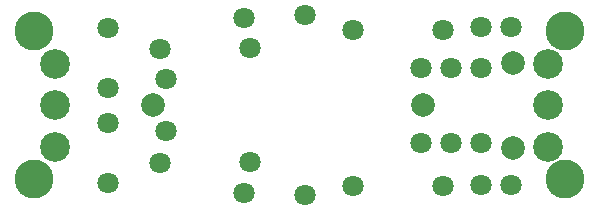
<source format=gts>
G75*
G70*
%OFA0B0*%
%FSLAX24Y24*%
%IPPOS*%
%LPD*%
%AMOC8*
5,1,8,0,0,1.08239X$1,22.5*
%
%ADD10C,0.1300*%
%ADD11C,0.0710*%
%ADD12C,0.0790*%
%ADD13C,0.0990*%
D10*
X001164Y001164D03*
X001164Y006086D03*
X018881Y006086D03*
X018881Y001164D03*
D11*
X017058Y000967D03*
X016058Y000967D03*
X014810Y000928D03*
X011810Y000928D03*
X010219Y000625D03*
X008184Y000691D03*
X008381Y001734D03*
X005562Y002760D03*
X003645Y003050D03*
X003645Y004200D03*
X005562Y004509D03*
X005365Y005513D03*
X003645Y006200D03*
X008184Y006539D03*
X010219Y006625D03*
X011810Y006145D03*
X014810Y006145D03*
X016058Y006243D03*
X017058Y006243D03*
X016082Y004853D03*
X015082Y004853D03*
X014082Y004853D03*
X008381Y005536D03*
X014082Y002373D03*
X015082Y002373D03*
X016082Y002373D03*
X005365Y001717D03*
X003645Y001050D03*
D12*
X005149Y003625D03*
X014149Y003625D03*
X017149Y005034D03*
X017149Y002215D03*
D13*
X018290Y002247D03*
X018290Y003625D03*
X018290Y005003D03*
X001873Y005003D03*
X001873Y003625D03*
X001873Y002247D03*
M02*

</source>
